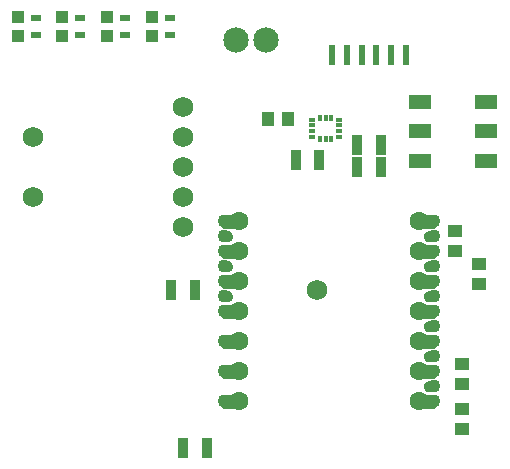
<source format=gts>
G04*
G04 #@! TF.GenerationSoftware,Altium Limited,Altium Designer,25.2.1 (25)*
G04*
G04 Layer_Color=8388736*
%FSLAX44Y44*%
%MOMM*%
G71*
G04*
G04 #@! TF.SameCoordinates,3DF48369-53CF-4C9B-B775-AACAF03539EE*
G04*
G04*
G04 #@! TF.FilePolarity,Negative*
G04*
G01*
G75*
%ADD19R,0.8890X0.6096*%
%ADD21R,1.9558X1.1938*%
%ADD22R,1.1938X1.0160*%
%ADD23R,1.0160X1.1938*%
%ADD24R,0.6096X1.7018*%
%ADD26C,0.2540*%
%ADD27R,1.0032X1.0032*%
%ADD28R,0.5766X0.3516*%
%ADD29R,0.3516X0.5766*%
%ADD30R,0.8232X1.6732*%
%ADD31C,1.7272*%
%ADD32C,1.1032*%
%ADD33C,1.6032*%
%ADD34C,2.1532*%
G36*
X624078Y459032D02*
X615442D01*
Y468068D01*
X624078D01*
Y459032D01*
D02*
G37*
G36*
X453898D02*
X445262D01*
Y468068D01*
X453898D01*
Y459032D01*
D02*
G37*
G36*
X624078Y446332D02*
X619720D01*
X618424Y446537D01*
X617218Y447152D01*
X616232Y448138D01*
X615442Y450569D01*
Y451090D01*
X615647Y452386D01*
X616262Y453592D01*
X617248Y454578D01*
X619679Y455368D01*
X624078D01*
Y446332D01*
D02*
G37*
G36*
X450916Y455163D02*
X452122Y454548D01*
X453108Y453562D01*
X453898Y451130D01*
Y450610D01*
X453693Y449314D01*
X453078Y448108D01*
X452092Y447122D01*
X449660Y446332D01*
X445262D01*
Y455368D01*
X449620D01*
X450916Y455163D01*
D02*
G37*
G36*
X624078Y433632D02*
X615442D01*
Y442668D01*
X624078D01*
Y433632D01*
D02*
G37*
G36*
X453898D02*
X445262D01*
Y442668D01*
X453898D01*
Y433632D01*
D02*
G37*
G36*
X624078Y420932D02*
X619720D01*
X618424Y421137D01*
X617218Y421752D01*
X616232Y422738D01*
X615442Y425169D01*
Y425690D01*
X615647Y426986D01*
X616262Y428192D01*
X617248Y429178D01*
X619679Y429968D01*
X624078D01*
Y420932D01*
D02*
G37*
G36*
X450916Y429763D02*
X452122Y429148D01*
X453108Y428162D01*
X453898Y425731D01*
Y425210D01*
X453693Y423914D01*
X453078Y422708D01*
X452092Y421722D01*
X449660Y420932D01*
X445262D01*
Y429968D01*
X449620D01*
X450916Y429763D01*
D02*
G37*
G36*
X624078Y408232D02*
X615442D01*
Y417268D01*
X624078D01*
Y408232D01*
D02*
G37*
G36*
X453898D02*
X445262D01*
Y417268D01*
X453898D01*
Y408232D01*
D02*
G37*
G36*
X624078Y395532D02*
X619720D01*
X618424Y395737D01*
X617218Y396352D01*
X616232Y397338D01*
X615442Y399770D01*
Y400290D01*
X615647Y401586D01*
X616262Y402792D01*
X617248Y403778D01*
X619679Y404568D01*
X624078D01*
Y395532D01*
D02*
G37*
G36*
X450916Y404363D02*
X452122Y403748D01*
X453108Y402762D01*
X453898Y400331D01*
Y399810D01*
X453693Y398514D01*
X453078Y397308D01*
X452092Y396322D01*
X449660Y395532D01*
X445262D01*
Y404568D01*
X449620D01*
X450916Y404363D01*
D02*
G37*
G36*
X624078Y382832D02*
X615442D01*
Y391868D01*
X624078D01*
Y382832D01*
D02*
G37*
G36*
X453898D02*
X445262D01*
Y391868D01*
X453898D01*
Y382832D01*
D02*
G37*
G36*
X624078Y370132D02*
X619720D01*
X618424Y370337D01*
X617218Y370952D01*
X616232Y371938D01*
X615442Y374370D01*
Y374890D01*
X615647Y376186D01*
X616262Y377392D01*
X617248Y378378D01*
X619679Y379168D01*
X624078D01*
Y370132D01*
D02*
G37*
G36*
Y357432D02*
X615442D01*
Y366468D01*
X624078D01*
Y357432D01*
D02*
G37*
G36*
X453898D02*
X445262D01*
Y366468D01*
X453898D01*
Y357432D01*
D02*
G37*
G36*
X624078Y344732D02*
X619720D01*
X618424Y344937D01*
X617218Y345552D01*
X616232Y346538D01*
X615442Y348969D01*
Y349490D01*
X615647Y350786D01*
X616262Y351992D01*
X617248Y352978D01*
X619679Y353768D01*
X624078D01*
Y344732D01*
D02*
G37*
G36*
Y332032D02*
X615442D01*
Y341068D01*
X624078D01*
Y332032D01*
D02*
G37*
G36*
X453898D02*
X445262D01*
Y341068D01*
X453898D01*
Y332032D01*
D02*
G37*
G36*
X624078Y319332D02*
X619720D01*
X618424Y319537D01*
X617218Y320152D01*
X616232Y321138D01*
X615442Y323569D01*
Y324090D01*
X615647Y325386D01*
X616262Y326592D01*
X617248Y327578D01*
X619679Y328368D01*
X624078D01*
Y319332D01*
D02*
G37*
G36*
Y306632D02*
X615442D01*
Y315668D01*
X624078D01*
Y306632D01*
D02*
G37*
G36*
X453898D02*
X445262D01*
Y315668D01*
X453898D01*
Y306632D01*
D02*
G37*
D19*
X400050Y621157D02*
D03*
Y636143D02*
D03*
X361950Y621157D02*
D03*
Y636143D02*
D03*
X323850Y621157D02*
D03*
Y636143D02*
D03*
X287020Y621157D02*
D03*
Y636143D02*
D03*
D21*
X668330Y514750D02*
D03*
Y539750D02*
D03*
Y564750D02*
D03*
X611830D02*
D03*
Y539750D02*
D03*
Y514750D02*
D03*
D22*
X647700Y342519D02*
D03*
Y325501D02*
D03*
X661670Y427609D02*
D03*
Y410591D02*
D03*
X647700Y287401D02*
D03*
Y304419D02*
D03*
X641350Y455549D02*
D03*
Y438531D02*
D03*
D23*
X499999Y549910D02*
D03*
X482981D02*
D03*
D24*
X537710Y604813D02*
D03*
X550210D02*
D03*
X562710D02*
D03*
X575210D02*
D03*
X587710D02*
D03*
X600210D02*
D03*
D26*
X453898Y306632D02*
Y315668D01*
X445262Y306632D02*
X453898D01*
X445262D02*
Y315668D01*
X453898D01*
X624078Y306632D02*
Y315668D01*
X615442Y306632D02*
X624078D01*
X615442D02*
Y315668D01*
X624078D01*
X453898Y332032D02*
Y341068D01*
X445262Y332032D02*
X453898D01*
X445262D02*
Y341068D01*
X453898D01*
X624078Y332032D02*
Y341068D01*
X615442Y332032D02*
X624078D01*
X615442D02*
Y341068D01*
X624078D01*
X453898Y357432D02*
Y366468D01*
X445262Y357432D02*
X453898D01*
X445262D02*
Y366468D01*
X453898D01*
X624078Y357432D02*
Y366468D01*
X615442Y357432D02*
X624078D01*
X615442D02*
Y366468D01*
X624078D01*
X453898Y382832D02*
Y391868D01*
X445262Y382832D02*
X453898D01*
X445262D02*
Y391868D01*
X453898D01*
X624078Y382832D02*
Y391868D01*
X615442Y382832D02*
X624078D01*
X615442D02*
Y391868D01*
X624078D01*
X453898Y408232D02*
Y417268D01*
X445262Y408232D02*
X453898D01*
X445262D02*
Y417268D01*
X453898D01*
X624078Y408232D02*
Y417268D01*
X615442Y408232D02*
X624078D01*
X615442D02*
Y417268D01*
X624078D01*
X453898Y433632D02*
Y442668D01*
X445262Y433632D02*
X453898D01*
X445262D02*
Y442668D01*
X453898D01*
X624078Y433632D02*
Y442668D01*
X615442Y433632D02*
X624078D01*
X615442D02*
Y442668D01*
X624078D01*
X453898Y459032D02*
Y468068D01*
X624078Y459032D02*
Y468068D01*
X615442Y459032D02*
X624078D01*
X615442D02*
Y468068D01*
X624078D01*
X445262D02*
X453898D01*
X445262Y459032D02*
Y468068D01*
Y459032D02*
X453898D01*
D27*
X384810Y620650D02*
D03*
Y636650D02*
D03*
X346710Y620650D02*
D03*
Y636650D02*
D03*
X308610Y620650D02*
D03*
Y636650D02*
D03*
X271780Y620650D02*
D03*
Y636650D02*
D03*
D28*
X520505Y549790D02*
D03*
Y544790D02*
D03*
Y539790D02*
D03*
Y534790D02*
D03*
X543755D02*
D03*
Y539790D02*
D03*
Y544790D02*
D03*
Y549790D02*
D03*
D29*
X527130Y533165D02*
D03*
X532130D02*
D03*
X537130D02*
D03*
Y551415D02*
D03*
X532130D02*
D03*
X527130D02*
D03*
D30*
X421480Y405130D02*
D03*
X401480D02*
D03*
X431640Y271780D02*
D03*
X411640D02*
D03*
X578960Y509270D02*
D03*
X558960D02*
D03*
X506730Y515620D02*
D03*
X526730D02*
D03*
X578800Y528320D02*
D03*
X558800D02*
D03*
D31*
X411480Y509270D02*
D03*
Y534670D02*
D03*
Y483870D02*
D03*
Y560070D02*
D03*
Y458470D02*
D03*
X284480Y483870D02*
D03*
Y534670D02*
D03*
X524510Y405130D02*
D03*
D32*
X445770Y400050D02*
D03*
Y425450D02*
D03*
Y450850D02*
D03*
X623570D02*
D03*
Y425450D02*
D03*
Y400050D02*
D03*
Y374650D02*
D03*
Y349250D02*
D03*
Y323850D02*
D03*
X445770Y311150D02*
D03*
Y336550D02*
D03*
Y361950D02*
D03*
Y387350D02*
D03*
Y412750D02*
D03*
Y438150D02*
D03*
Y463550D02*
D03*
X623570D02*
D03*
Y438150D02*
D03*
Y412750D02*
D03*
Y387350D02*
D03*
Y361950D02*
D03*
Y336550D02*
D03*
Y311150D02*
D03*
D33*
X458470D02*
D03*
Y336550D02*
D03*
Y361950D02*
D03*
Y387350D02*
D03*
Y412750D02*
D03*
Y438150D02*
D03*
Y463550D02*
D03*
X610870D02*
D03*
Y438150D02*
D03*
Y412750D02*
D03*
Y387350D02*
D03*
Y361950D02*
D03*
Y336550D02*
D03*
Y311150D02*
D03*
D34*
X481330Y617220D02*
D03*
X455930D02*
D03*
M02*

</source>
